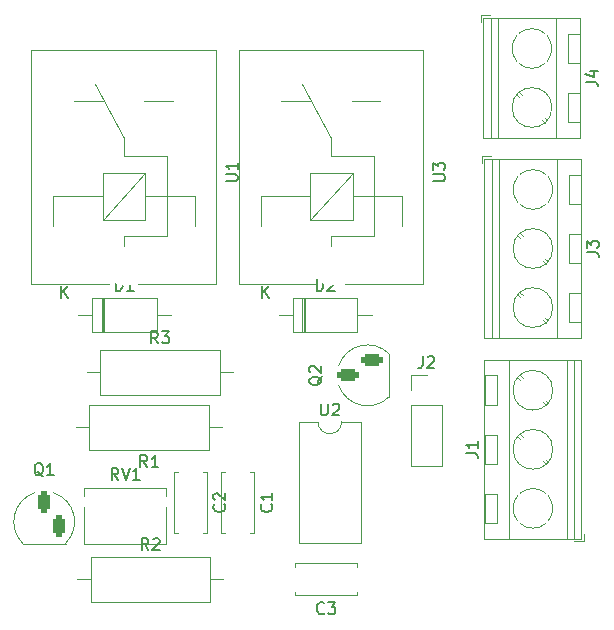
<source format=gbr>
%TF.GenerationSoftware,KiCad,Pcbnew,6.0.5-a6ca702e91~116~ubuntu20.04.1*%
%TF.CreationDate,2022-06-11T15:45:11-05:00*%
%TF.ProjectId,controlDeBombas,636f6e74-726f-46c4-9465-426f6d626173,rev?*%
%TF.SameCoordinates,PX623a7c0PY3fe56c0*%
%TF.FileFunction,Legend,Top*%
%TF.FilePolarity,Positive*%
%FSLAX46Y46*%
G04 Gerber Fmt 4.6, Leading zero omitted, Abs format (unit mm)*
G04 Created by KiCad (PCBNEW 6.0.5-a6ca702e91~116~ubuntu20.04.1) date 2022-06-11 15:45:11*
%MOMM*%
%LPD*%
G01*
G04 APERTURE LIST*
G04 Aperture macros list*
%AMRoundRect*
0 Rectangle with rounded corners*
0 $1 Rounding radius*
0 $2 $3 $4 $5 $6 $7 $8 $9 X,Y pos of 4 corners*
0 Add a 4 corners polygon primitive as box body*
4,1,4,$2,$3,$4,$5,$6,$7,$8,$9,$2,$3,0*
0 Add four circle primitives for the rounded corners*
1,1,$1+$1,$2,$3*
1,1,$1+$1,$4,$5*
1,1,$1+$1,$6,$7*
1,1,$1+$1,$8,$9*
0 Add four rect primitives between the rounded corners*
20,1,$1+$1,$2,$3,$4,$5,0*
20,1,$1+$1,$4,$5,$6,$7,0*
20,1,$1+$1,$6,$7,$8,$9,0*
20,1,$1+$1,$8,$9,$2,$3,0*%
G04 Aperture macros list end*
%ADD10C,0.150000*%
%ADD11C,0.120000*%
%ADD12C,0.800000*%
%ADD13C,6.400000*%
%ADD14C,1.600000*%
%ADD15R,1.800000X1.800000*%
%ADD16O,1.800000X1.800000*%
%ADD17C,2.100000*%
%ADD18R,2.100000X2.100000*%
%ADD19R,1.700000X1.700000*%
%ADD20O,1.700000X1.700000*%
%ADD21R,1.100000X1.800000*%
%ADD22RoundRect,0.275000X-0.275000X-0.625000X0.275000X-0.625000X0.275000X0.625000X-0.275000X0.625000X0*%
%ADD23RoundRect,0.275000X0.625000X-0.275000X0.625000X0.275000X-0.625000X0.275000X-0.625000X-0.275000X0*%
%ADD24R,1.800000X1.100000*%
%ADD25C,2.400000*%
%ADD26O,2.400000X2.400000*%
%ADD27C,1.440000*%
%ADD28C,3.000000*%
%ADD29C,2.500000*%
%ADD30R,1.600000X1.600000*%
%ADD31O,1.600000X1.600000*%
G04 APERTURE END LIST*
D10*
%TO.C,C1*%
X29357142Y-52166666D02*
X29404761Y-52214285D01*
X29452380Y-52357142D01*
X29452380Y-52452380D01*
X29404761Y-52595238D01*
X29309523Y-52690476D01*
X29214285Y-52738095D01*
X29023809Y-52785714D01*
X28880952Y-52785714D01*
X28690476Y-52738095D01*
X28595238Y-52690476D01*
X28500000Y-52595238D01*
X28452380Y-52452380D01*
X28452380Y-52357142D01*
X28500000Y-52214285D01*
X28547619Y-52166666D01*
X29452380Y-51214285D02*
X29452380Y-51785714D01*
X29452380Y-51500000D02*
X28452380Y-51500000D01*
X28595238Y-51595238D01*
X28690476Y-51690476D01*
X28738095Y-51785714D01*
%TO.C,C2*%
X25357142Y-52166666D02*
X25404761Y-52214285D01*
X25452380Y-52357142D01*
X25452380Y-52452380D01*
X25404761Y-52595238D01*
X25309523Y-52690476D01*
X25214285Y-52738095D01*
X25023809Y-52785714D01*
X24880952Y-52785714D01*
X24690476Y-52738095D01*
X24595238Y-52690476D01*
X24500000Y-52595238D01*
X24452380Y-52452380D01*
X24452380Y-52357142D01*
X24500000Y-52214285D01*
X24547619Y-52166666D01*
X24547619Y-51785714D02*
X24500000Y-51738095D01*
X24452380Y-51642857D01*
X24452380Y-51404761D01*
X24500000Y-51309523D01*
X24547619Y-51261904D01*
X24642857Y-51214285D01*
X24738095Y-51214285D01*
X24880952Y-51261904D01*
X25452380Y-51833333D01*
X25452380Y-51214285D01*
%TO.C,C3*%
X33833333Y-61357142D02*
X33785714Y-61404761D01*
X33642857Y-61452380D01*
X33547619Y-61452380D01*
X33404761Y-61404761D01*
X33309523Y-61309523D01*
X33261904Y-61214285D01*
X33214285Y-61023809D01*
X33214285Y-60880952D01*
X33261904Y-60690476D01*
X33309523Y-60595238D01*
X33404761Y-60500000D01*
X33547619Y-60452380D01*
X33642857Y-60452380D01*
X33785714Y-60500000D01*
X33833333Y-60547619D01*
X34166666Y-60452380D02*
X34785714Y-60452380D01*
X34452380Y-60833333D01*
X34595238Y-60833333D01*
X34690476Y-60880952D01*
X34738095Y-60928571D01*
X34785714Y-61023809D01*
X34785714Y-61261904D01*
X34738095Y-61357142D01*
X34690476Y-61404761D01*
X34595238Y-61452380D01*
X34309523Y-61452380D01*
X34214285Y-61404761D01*
X34166666Y-61357142D01*
%TO.C,D1*%
X16181904Y-34112380D02*
X16181904Y-33112380D01*
X16420000Y-33112380D01*
X16562857Y-33160000D01*
X16658095Y-33255238D01*
X16705714Y-33350476D01*
X16753333Y-33540952D01*
X16753333Y-33683809D01*
X16705714Y-33874285D01*
X16658095Y-33969523D01*
X16562857Y-34064761D01*
X16420000Y-34112380D01*
X16181904Y-34112380D01*
X17705714Y-34112380D02*
X17134285Y-34112380D01*
X17420000Y-34112380D02*
X17420000Y-33112380D01*
X17324761Y-33255238D01*
X17229523Y-33350476D01*
X17134285Y-33398095D01*
X11578095Y-34682380D02*
X11578095Y-33682380D01*
X12149523Y-34682380D02*
X11720952Y-34110952D01*
X12149523Y-33682380D02*
X11578095Y-34253809D01*
%TO.C,D2*%
X33181904Y-34112380D02*
X33181904Y-33112380D01*
X33420000Y-33112380D01*
X33562857Y-33160000D01*
X33658095Y-33255238D01*
X33705714Y-33350476D01*
X33753333Y-33540952D01*
X33753333Y-33683809D01*
X33705714Y-33874285D01*
X33658095Y-33969523D01*
X33562857Y-34064761D01*
X33420000Y-34112380D01*
X33181904Y-34112380D01*
X34134285Y-33207619D02*
X34181904Y-33160000D01*
X34277142Y-33112380D01*
X34515238Y-33112380D01*
X34610476Y-33160000D01*
X34658095Y-33207619D01*
X34705714Y-33302857D01*
X34705714Y-33398095D01*
X34658095Y-33540952D01*
X34086666Y-34112380D01*
X34705714Y-34112380D01*
X28578095Y-34682380D02*
X28578095Y-33682380D01*
X29149523Y-34682380D02*
X28720952Y-34110952D01*
X29149523Y-33682380D02*
X28578095Y-34253809D01*
%TO.C,J1*%
X45842380Y-47833333D02*
X46556666Y-47833333D01*
X46699523Y-47880952D01*
X46794761Y-47976190D01*
X46842380Y-48119047D01*
X46842380Y-48214285D01*
X46842380Y-46833333D02*
X46842380Y-47404761D01*
X46842380Y-47119047D02*
X45842380Y-47119047D01*
X45985238Y-47214285D01*
X46080476Y-47309523D01*
X46128095Y-47404761D01*
%TO.C,J2*%
X42166666Y-39622380D02*
X42166666Y-40336666D01*
X42119047Y-40479523D01*
X42023809Y-40574761D01*
X41880952Y-40622380D01*
X41785714Y-40622380D01*
X42595238Y-39717619D02*
X42642857Y-39670000D01*
X42738095Y-39622380D01*
X42976190Y-39622380D01*
X43071428Y-39670000D01*
X43119047Y-39717619D01*
X43166666Y-39812857D01*
X43166666Y-39908095D01*
X43119047Y-40050952D01*
X42547619Y-40622380D01*
X43166666Y-40622380D01*
%TO.C,J3*%
X56062380Y-30833333D02*
X56776666Y-30833333D01*
X56919523Y-30880952D01*
X57014761Y-30976190D01*
X57062380Y-31119047D01*
X57062380Y-31214285D01*
X56062380Y-30452380D02*
X56062380Y-29833333D01*
X56443333Y-30166666D01*
X56443333Y-30023809D01*
X56490952Y-29928571D01*
X56538571Y-29880952D01*
X56633809Y-29833333D01*
X56871904Y-29833333D01*
X56967142Y-29880952D01*
X57014761Y-29928571D01*
X57062380Y-30023809D01*
X57062380Y-30309523D01*
X57014761Y-30404761D01*
X56967142Y-30452380D01*
%TO.C,J4*%
X55982380Y-16393333D02*
X56696666Y-16393333D01*
X56839523Y-16440952D01*
X56934761Y-16536190D01*
X56982380Y-16679047D01*
X56982380Y-16774285D01*
X56315714Y-15488571D02*
X56982380Y-15488571D01*
X55934761Y-15726666D02*
X56649047Y-15964761D01*
X56649047Y-15345714D01*
%TO.C,Q1*%
X10034761Y-49777619D02*
X9939523Y-49730000D01*
X9844285Y-49634761D01*
X9701428Y-49491904D01*
X9606190Y-49444285D01*
X9510952Y-49444285D01*
X9558571Y-49682380D02*
X9463333Y-49634761D01*
X9368095Y-49539523D01*
X9320476Y-49349047D01*
X9320476Y-49015714D01*
X9368095Y-48825238D01*
X9463333Y-48730000D01*
X9558571Y-48682380D01*
X9749047Y-48682380D01*
X9844285Y-48730000D01*
X9939523Y-48825238D01*
X9987142Y-49015714D01*
X9987142Y-49349047D01*
X9939523Y-49539523D01*
X9844285Y-49634761D01*
X9749047Y-49682380D01*
X9558571Y-49682380D01*
X10939523Y-49682380D02*
X10368095Y-49682380D01*
X10653809Y-49682380D02*
X10653809Y-48682380D01*
X10558571Y-48825238D01*
X10463333Y-48920476D01*
X10368095Y-48968095D01*
%TO.C,Q2*%
X33647619Y-41325238D02*
X33600000Y-41420476D01*
X33504761Y-41515714D01*
X33361904Y-41658571D01*
X33314285Y-41753809D01*
X33314285Y-41849047D01*
X33552380Y-41801428D02*
X33504761Y-41896666D01*
X33409523Y-41991904D01*
X33219047Y-42039523D01*
X32885714Y-42039523D01*
X32695238Y-41991904D01*
X32600000Y-41896666D01*
X32552380Y-41801428D01*
X32552380Y-41610952D01*
X32600000Y-41515714D01*
X32695238Y-41420476D01*
X32885714Y-41372857D01*
X33219047Y-41372857D01*
X33409523Y-41420476D01*
X33504761Y-41515714D01*
X33552380Y-41610952D01*
X33552380Y-41801428D01*
X32647619Y-40991904D02*
X32600000Y-40944285D01*
X32552380Y-40849047D01*
X32552380Y-40610952D01*
X32600000Y-40515714D01*
X32647619Y-40468095D01*
X32742857Y-40420476D01*
X32838095Y-40420476D01*
X32980952Y-40468095D01*
X33552380Y-41039523D01*
X33552380Y-40420476D01*
%TO.C,R1*%
X18833333Y-49002380D02*
X18500000Y-48526190D01*
X18261904Y-49002380D02*
X18261904Y-48002380D01*
X18642857Y-48002380D01*
X18738095Y-48050000D01*
X18785714Y-48097619D01*
X18833333Y-48192857D01*
X18833333Y-48335714D01*
X18785714Y-48430952D01*
X18738095Y-48478571D01*
X18642857Y-48526190D01*
X18261904Y-48526190D01*
X19785714Y-49002380D02*
X19214285Y-49002380D01*
X19500000Y-49002380D02*
X19500000Y-48002380D01*
X19404761Y-48145238D01*
X19309523Y-48240476D01*
X19214285Y-48288095D01*
%TO.C,R2*%
X18953333Y-56032380D02*
X18620000Y-55556190D01*
X18381904Y-56032380D02*
X18381904Y-55032380D01*
X18762857Y-55032380D01*
X18858095Y-55080000D01*
X18905714Y-55127619D01*
X18953333Y-55222857D01*
X18953333Y-55365714D01*
X18905714Y-55460952D01*
X18858095Y-55508571D01*
X18762857Y-55556190D01*
X18381904Y-55556190D01*
X19334285Y-55127619D02*
X19381904Y-55080000D01*
X19477142Y-55032380D01*
X19715238Y-55032380D01*
X19810476Y-55080000D01*
X19858095Y-55127619D01*
X19905714Y-55222857D01*
X19905714Y-55318095D01*
X19858095Y-55460952D01*
X19286666Y-56032380D01*
X19905714Y-56032380D01*
%TO.C,R3*%
X19763333Y-38522380D02*
X19430000Y-38046190D01*
X19191904Y-38522380D02*
X19191904Y-37522380D01*
X19572857Y-37522380D01*
X19668095Y-37570000D01*
X19715714Y-37617619D01*
X19763333Y-37712857D01*
X19763333Y-37855714D01*
X19715714Y-37950952D01*
X19668095Y-37998571D01*
X19572857Y-38046190D01*
X19191904Y-38046190D01*
X20096666Y-37522380D02*
X20715714Y-37522380D01*
X20382380Y-37903333D01*
X20525238Y-37903333D01*
X20620476Y-37950952D01*
X20668095Y-37998571D01*
X20715714Y-38093809D01*
X20715714Y-38331904D01*
X20668095Y-38427142D01*
X20620476Y-38474761D01*
X20525238Y-38522380D01*
X20239523Y-38522380D01*
X20144285Y-38474761D01*
X20096666Y-38427142D01*
%TO.C,RV1*%
X16394761Y-50092380D02*
X16061428Y-49616190D01*
X15823333Y-50092380D02*
X15823333Y-49092380D01*
X16204285Y-49092380D01*
X16299523Y-49140000D01*
X16347142Y-49187619D01*
X16394761Y-49282857D01*
X16394761Y-49425714D01*
X16347142Y-49520952D01*
X16299523Y-49568571D01*
X16204285Y-49616190D01*
X15823333Y-49616190D01*
X16680476Y-49092380D02*
X17013809Y-50092380D01*
X17347142Y-49092380D01*
X18204285Y-50092380D02*
X17632857Y-50092380D01*
X17918571Y-50092380D02*
X17918571Y-49092380D01*
X17823333Y-49235238D01*
X17728095Y-49330476D01*
X17632857Y-49378095D01*
%TO.C,U1*%
X25492380Y-24791904D02*
X26301904Y-24791904D01*
X26397142Y-24744285D01*
X26444761Y-24696666D01*
X26492380Y-24601428D01*
X26492380Y-24410952D01*
X26444761Y-24315714D01*
X26397142Y-24268095D01*
X26301904Y-24220476D01*
X25492380Y-24220476D01*
X26492380Y-23220476D02*
X26492380Y-23791904D01*
X26492380Y-23506190D02*
X25492380Y-23506190D01*
X25635238Y-23601428D01*
X25730476Y-23696666D01*
X25778095Y-23791904D01*
%TO.C,U2*%
X33548095Y-43622380D02*
X33548095Y-44431904D01*
X33595714Y-44527142D01*
X33643333Y-44574761D01*
X33738571Y-44622380D01*
X33929047Y-44622380D01*
X34024285Y-44574761D01*
X34071904Y-44527142D01*
X34119523Y-44431904D01*
X34119523Y-43622380D01*
X34548095Y-43717619D02*
X34595714Y-43670000D01*
X34690952Y-43622380D01*
X34929047Y-43622380D01*
X35024285Y-43670000D01*
X35071904Y-43717619D01*
X35119523Y-43812857D01*
X35119523Y-43908095D01*
X35071904Y-44050952D01*
X34500476Y-44622380D01*
X35119523Y-44622380D01*
%TO.C,U3*%
X43047379Y-24791904D02*
X43856903Y-24791904D01*
X43952141Y-24744285D01*
X43999760Y-24696666D01*
X44047379Y-24601428D01*
X44047379Y-24410952D01*
X43999760Y-24315714D01*
X43952141Y-24268095D01*
X43856903Y-24220476D01*
X43047379Y-24220476D01*
X43047379Y-23839523D02*
X43047379Y-23220476D01*
X43428332Y-23553809D01*
X43428332Y-23410952D01*
X43475951Y-23315714D01*
X43523570Y-23268095D01*
X43618808Y-23220476D01*
X43856903Y-23220476D01*
X43952141Y-23268095D01*
X43999760Y-23315714D01*
X44047379Y-23410952D01*
X44047379Y-23696666D01*
X43999760Y-23791904D01*
X43952141Y-23839523D01*
D11*
%TO.C,C1*%
X27870000Y-49380000D02*
X27870000Y-54620000D01*
X25130000Y-49380000D02*
X25130000Y-54620000D01*
X27870000Y-49380000D02*
X27555000Y-49380000D01*
X25445000Y-49380000D02*
X25130000Y-49380000D01*
X27870000Y-54620000D02*
X27555000Y-54620000D01*
X25445000Y-54620000D02*
X25130000Y-54620000D01*
%TO.C,C2*%
X21445000Y-54620000D02*
X21130000Y-54620000D01*
X23870000Y-54620000D02*
X23555000Y-54620000D01*
X21445000Y-49380000D02*
X21130000Y-49380000D01*
X23870000Y-49380000D02*
X23555000Y-49380000D01*
X21130000Y-49380000D02*
X21130000Y-54620000D01*
X23870000Y-49380000D02*
X23870000Y-54620000D01*
%TO.C,C3*%
X36620000Y-59870000D02*
X31380000Y-59870000D01*
X36620000Y-57130000D02*
X31380000Y-57130000D01*
X36620000Y-59870000D02*
X36620000Y-59555000D01*
X36620000Y-57445000D02*
X36620000Y-57130000D01*
X31380000Y-59870000D02*
X31380000Y-59555000D01*
X31380000Y-57445000D02*
X31380000Y-57130000D01*
%TO.C,D1*%
X14200000Y-34660000D02*
X14200000Y-37600000D01*
X14200000Y-37600000D02*
X19640000Y-37600000D01*
X19640000Y-37600000D02*
X19640000Y-34660000D01*
X19640000Y-34660000D02*
X14200000Y-34660000D01*
X12980000Y-36130000D02*
X14200000Y-36130000D01*
X20860000Y-36130000D02*
X19640000Y-36130000D01*
X15100000Y-34660000D02*
X15100000Y-37600000D01*
X15220000Y-34660000D02*
X15220000Y-37600000D01*
X14980000Y-34660000D02*
X14980000Y-37600000D01*
%TO.C,D2*%
X31980000Y-34660000D02*
X31980000Y-37600000D01*
X32220000Y-34660000D02*
X32220000Y-37600000D01*
X32100000Y-34660000D02*
X32100000Y-37600000D01*
X37860000Y-36130000D02*
X36640000Y-36130000D01*
X29980000Y-36130000D02*
X31200000Y-36130000D01*
X36640000Y-34660000D02*
X31200000Y-34660000D01*
X36640000Y-37600000D02*
X36640000Y-34660000D01*
X31200000Y-37600000D02*
X36640000Y-37600000D01*
X31200000Y-34660000D02*
X31200000Y-37600000D01*
%TO.C,J1*%
X55850000Y-55300000D02*
X55850000Y-54700000D01*
X55010000Y-55300000D02*
X55850000Y-55300000D01*
X47450000Y-41250000D02*
X48450000Y-41250000D01*
X47450000Y-43750000D02*
X48450000Y-43750000D01*
X48450000Y-43750000D02*
X48450000Y-41250000D01*
X47450000Y-43750000D02*
X47450000Y-41250000D01*
X52323000Y-43528000D02*
X52569000Y-43774000D01*
X50225000Y-41430000D02*
X50436000Y-41641000D01*
X52575000Y-43370000D02*
X52774000Y-43569000D01*
X50431000Y-41225000D02*
X50677000Y-41471000D01*
X47450000Y-46250000D02*
X48450000Y-46250000D01*
X47450000Y-48750000D02*
X48450000Y-48750000D01*
X48450000Y-48750000D02*
X48450000Y-46250000D01*
X47450000Y-48750000D02*
X47450000Y-46250000D01*
X52323000Y-48528000D02*
X52569000Y-48774000D01*
X50225000Y-46430000D02*
X50436000Y-46641000D01*
X52575000Y-48370000D02*
X52774000Y-48569000D01*
X50431000Y-46225000D02*
X50677000Y-46471000D01*
X47450000Y-51250000D02*
X48450000Y-51250000D01*
X47450000Y-53750000D02*
X48450000Y-53750000D01*
X48450000Y-53750000D02*
X48450000Y-51250000D01*
X47450000Y-53750000D02*
X47450000Y-51250000D01*
X47390000Y-39940000D02*
X55610000Y-39940000D01*
X47390000Y-55060000D02*
X55610000Y-55060000D01*
X55610000Y-55060000D02*
X55610000Y-39940000D01*
X47390000Y-55060000D02*
X47390000Y-39940000D01*
X49450000Y-55060000D02*
X49450000Y-39940000D01*
X54350000Y-55060000D02*
X54350000Y-39940000D01*
X54950000Y-55060000D02*
X54950000Y-39940000D01*
X53180000Y-42500000D02*
G75*
G03*
X53180000Y-42500000I-1680000J0D01*
G01*
X53180000Y-47500000D02*
G75*
G03*
X53180000Y-47500000I-1680000J0D01*
G01*
X52787000Y-53581000D02*
G75*
G03*
X53180511Y-52471493I-1287000J1081000D01*
G01*
X50419000Y-53787000D02*
G75*
G03*
X52579734Y-53788062I1081000J1287000D01*
G01*
X50213000Y-51420000D02*
G75*
G03*
X50212922Y-53579908I1287000J-1080000D01*
G01*
X52580000Y-51213000D02*
G75*
G03*
X50420092Y-51212922I-1080000J-1287000D01*
G01*
X53180000Y-52500000D02*
G75*
G03*
X52786955Y-51420117I-1680000J0D01*
G01*
%TO.C,J2*%
X41170000Y-48910000D02*
X43830000Y-48910000D01*
X41170000Y-43770000D02*
X41170000Y-48910000D01*
X43830000Y-43770000D02*
X43830000Y-48910000D01*
X41170000Y-43770000D02*
X43830000Y-43770000D01*
X41170000Y-42500000D02*
X41170000Y-41170000D01*
X41170000Y-41170000D02*
X42500000Y-41170000D01*
%TO.C,J3*%
X49820000Y-25500000D02*
G75*
G03*
X50213045Y-26579883I1680000J0D01*
G01*
X50420000Y-26787000D02*
G75*
G03*
X52579908Y-26787078I1080000J1287000D01*
G01*
X52787000Y-26580000D02*
G75*
G03*
X52787078Y-24420092I-1287000J1080000D01*
G01*
X52581000Y-24213000D02*
G75*
G03*
X50420266Y-24211938I-1081000J-1287000D01*
G01*
X50213000Y-24419000D02*
G75*
G03*
X49819489Y-25528507I1287000J-1081000D01*
G01*
X53180000Y-30500000D02*
G75*
G03*
X53180000Y-30500000I-1680000J0D01*
G01*
X53180000Y-35500000D02*
G75*
G03*
X53180000Y-35500000I-1680000J0D01*
G01*
X48050000Y-22940000D02*
X48050000Y-38060000D01*
X48650000Y-22940000D02*
X48650000Y-38060000D01*
X53550000Y-22940000D02*
X53550000Y-38060000D01*
X55610000Y-22940000D02*
X55610000Y-38060000D01*
X47390000Y-22940000D02*
X47390000Y-38060000D01*
X55610000Y-22940000D02*
X47390000Y-22940000D01*
X55610000Y-38060000D02*
X47390000Y-38060000D01*
X55550000Y-24250000D02*
X55550000Y-26750000D01*
X54550000Y-24250000D02*
X54550000Y-26750000D01*
X55550000Y-24250000D02*
X54550000Y-24250000D01*
X55550000Y-26750000D02*
X54550000Y-26750000D01*
X52569000Y-31775000D02*
X52323000Y-31529000D01*
X50425000Y-29630000D02*
X50226000Y-29431000D01*
X52775000Y-31570000D02*
X52564000Y-31359000D01*
X50677000Y-29472000D02*
X50431000Y-29226000D01*
X55550000Y-29250000D02*
X55550000Y-31750000D01*
X54550000Y-29250000D02*
X54550000Y-31750000D01*
X55550000Y-29250000D02*
X54550000Y-29250000D01*
X55550000Y-31750000D02*
X54550000Y-31750000D01*
X52569000Y-36775000D02*
X52323000Y-36529000D01*
X50425000Y-34630000D02*
X50226000Y-34431000D01*
X52775000Y-36570000D02*
X52564000Y-36359000D01*
X50677000Y-34472000D02*
X50431000Y-34226000D01*
X55550000Y-34250000D02*
X55550000Y-36750000D01*
X54550000Y-34250000D02*
X54550000Y-36750000D01*
X55550000Y-34250000D02*
X54550000Y-34250000D01*
X55550000Y-36750000D02*
X54550000Y-36750000D01*
X47990000Y-22700000D02*
X47150000Y-22700000D01*
X47150000Y-22700000D02*
X47150000Y-23300000D01*
%TO.C,J4*%
X49740000Y-13560000D02*
G75*
G03*
X50133045Y-14639883I1680000J0D01*
G01*
X50340000Y-14847000D02*
G75*
G03*
X52499908Y-14847078I1080000J1287000D01*
G01*
X52707000Y-14640000D02*
G75*
G03*
X52707078Y-12480092I-1287000J1080000D01*
G01*
X52501000Y-12273000D02*
G75*
G03*
X50340266Y-12271938I-1081000J-1287000D01*
G01*
X50133000Y-12479000D02*
G75*
G03*
X49739489Y-13588507I1287000J-1081000D01*
G01*
X53100000Y-18560000D02*
G75*
G03*
X53100000Y-18560000I-1680000J0D01*
G01*
X47970000Y-11000000D02*
X47970000Y-21120000D01*
X48570000Y-11000000D02*
X48570000Y-21120000D01*
X53470000Y-11000000D02*
X53470000Y-21120000D01*
X55530000Y-11000000D02*
X55530000Y-21120000D01*
X47310000Y-11000000D02*
X47310000Y-21120000D01*
X55530000Y-11000000D02*
X47310000Y-11000000D01*
X55530000Y-21120000D02*
X47310000Y-21120000D01*
X55470000Y-12310000D02*
X55470000Y-14810000D01*
X54470000Y-12310000D02*
X54470000Y-14810000D01*
X55470000Y-12310000D02*
X54470000Y-12310000D01*
X55470000Y-14810000D02*
X54470000Y-14810000D01*
X52489000Y-19835000D02*
X52243000Y-19589000D01*
X50345000Y-17690000D02*
X50146000Y-17491000D01*
X52695000Y-19630000D02*
X52484000Y-19419000D01*
X50597000Y-17532000D02*
X50351000Y-17286000D01*
X55470000Y-17310000D02*
X55470000Y-19810000D01*
X54470000Y-17310000D02*
X54470000Y-19810000D01*
X55470000Y-17310000D02*
X54470000Y-17310000D01*
X55470000Y-19810000D02*
X54470000Y-19810000D01*
X47910000Y-10760000D02*
X47070000Y-10760000D01*
X47070000Y-10760000D02*
X47070000Y-11360000D01*
%TO.C,Q1*%
X11938445Y-55457684D02*
G75*
G03*
X10910000Y-51180000I-1808445J1827684D01*
G01*
X9310000Y-51180000D02*
G75*
G03*
X8318125Y-55471741I820000J-2450000D01*
G01*
X8330000Y-55480000D02*
X11930000Y-55480000D01*
%TO.C,Q2*%
X39350000Y-43030000D02*
X39350000Y-39430000D01*
X35050000Y-42050000D02*
G75*
G03*
X39341741Y-43041875I2450000J820000D01*
G01*
X39327684Y-39421555D02*
G75*
G03*
X35050000Y-40450000I-1827684J-1808445D01*
G01*
%TO.C,R1*%
X24070000Y-47550000D02*
X24070000Y-43710000D01*
X24070000Y-43710000D02*
X13930000Y-43710000D01*
X13930000Y-43710000D02*
X13930000Y-47550000D01*
X13930000Y-47550000D02*
X24070000Y-47550000D01*
X25180000Y-45630000D02*
X24070000Y-45630000D01*
X12820000Y-45630000D02*
X13930000Y-45630000D01*
%TO.C,R2*%
X14050000Y-56580000D02*
X14050000Y-60420000D01*
X14050000Y-60420000D02*
X24190000Y-60420000D01*
X24190000Y-60420000D02*
X24190000Y-56580000D01*
X24190000Y-56580000D02*
X14050000Y-56580000D01*
X12940000Y-58500000D02*
X14050000Y-58500000D01*
X25300000Y-58500000D02*
X24190000Y-58500000D01*
%TO.C,R3*%
X26110000Y-40990000D02*
X25000000Y-40990000D01*
X13750000Y-40990000D02*
X14860000Y-40990000D01*
X25000000Y-39070000D02*
X14860000Y-39070000D01*
X25000000Y-42910000D02*
X25000000Y-39070000D01*
X14860000Y-42910000D02*
X25000000Y-42910000D01*
X14860000Y-39070000D02*
X14860000Y-42910000D01*
%TO.C,RV1*%
X13515000Y-50770000D02*
X20465000Y-50770000D01*
X13515000Y-55510000D02*
X20465000Y-55510000D01*
X13515000Y-50770000D02*
X13515000Y-51415000D01*
X13515000Y-52405000D02*
X13515000Y-55510000D01*
X20465000Y-50770000D02*
X20465000Y-51415000D01*
X20465000Y-52405000D02*
X20465000Y-55510000D01*
%TO.C,U1*%
X18690000Y-24080000D02*
X18690000Y-28080000D01*
X15090000Y-24080000D02*
X18690000Y-24080000D01*
X15090000Y-28080000D02*
X15090000Y-24080000D01*
X18690000Y-28080000D02*
X15090000Y-28080000D01*
X18690000Y-24080000D02*
X15090000Y-28080000D01*
X18690000Y-26080000D02*
X22890000Y-26080000D01*
X10890000Y-26080000D02*
X15090000Y-26080000D01*
X16890000Y-29480000D02*
X20490000Y-29480000D01*
X16890000Y-22680000D02*
X20490000Y-22680000D01*
X20490000Y-22680000D02*
X20490000Y-29480000D01*
X16890000Y-21180000D02*
X14390000Y-16580000D01*
X16890000Y-22680000D02*
X16890000Y-21180000D01*
X10890000Y-26080000D02*
X10890000Y-28580000D01*
X16890000Y-29480000D02*
X16890000Y-30280000D01*
X22890000Y-28580000D02*
X22890000Y-26080000D01*
X12640000Y-17980000D02*
X15140000Y-17980000D01*
X21040000Y-17980000D02*
X18590000Y-17980000D01*
X24640000Y-13730000D02*
X24640000Y-33530000D01*
X9040000Y-13730000D02*
X24640000Y-13730000D01*
X9040000Y-33530000D02*
X9040000Y-13730000D01*
X9040000Y-33530000D02*
X15640000Y-33530000D01*
X18040000Y-33530000D02*
X24640000Y-33530000D01*
%TO.C,U2*%
X33310000Y-45170000D02*
G75*
G03*
X35310000Y-45170000I1000000J0D01*
G01*
X33310000Y-45170000D02*
X31660000Y-45170000D01*
X31660000Y-45170000D02*
X31660000Y-55450000D01*
X31660000Y-55450000D02*
X36960000Y-55450000D01*
X36960000Y-55450000D02*
X36960000Y-45170000D01*
X36960000Y-45170000D02*
X35310000Y-45170000D01*
%TO.C,U3*%
X35594999Y-33530000D02*
X42194999Y-33530000D01*
X26594999Y-33530000D02*
X33194999Y-33530000D01*
X26594999Y-33530000D02*
X26594999Y-13730000D01*
X26594999Y-13730000D02*
X42194999Y-13730000D01*
X42194999Y-13730000D02*
X42194999Y-33530000D01*
X38594999Y-17980000D02*
X36144999Y-17980000D01*
X30194999Y-17980000D02*
X32694999Y-17980000D01*
X40444999Y-28580000D02*
X40444999Y-26080000D01*
X34444999Y-29480000D02*
X34444999Y-30280000D01*
X28444999Y-26080000D02*
X28444999Y-28580000D01*
X34444999Y-22680000D02*
X34444999Y-21180000D01*
X34444999Y-21180000D02*
X31944999Y-16580000D01*
X38044999Y-22680000D02*
X38044999Y-29480000D01*
X34444999Y-22680000D02*
X38044999Y-22680000D01*
X34444999Y-29480000D02*
X38044999Y-29480000D01*
X28444999Y-26080000D02*
X32644999Y-26080000D01*
X36244999Y-26080000D02*
X40444999Y-26080000D01*
X36244999Y-24080000D02*
X32644999Y-28080000D01*
X36244999Y-28080000D02*
X32644999Y-28080000D01*
X32644999Y-28080000D02*
X32644999Y-24080000D01*
X32644999Y-24080000D02*
X36244999Y-24080000D01*
X36244999Y-24080000D02*
X36244999Y-28080000D01*
%TD*%
%LPC*%
D12*
%TO.C,REF\u002A\u002A*%
X44697056Y-7802944D03*
X43000000Y-7100000D03*
X41302944Y-7802944D03*
X40600000Y-9500000D03*
X41302944Y-11197056D03*
X43000000Y-11900000D03*
X44697056Y-11197056D03*
X45400000Y-9500000D03*
D13*
X43000000Y-9500000D03*
%TD*%
D12*
%TO.C,REF\u002A\u002A*%
X11197056Y-7802944D03*
X9500000Y-7100000D03*
X7802944Y-7802944D03*
X7100000Y-9500000D03*
X7802944Y-11197056D03*
X9500000Y-11900000D03*
X11197056Y-11197056D03*
X11900000Y-9500000D03*
D13*
X9500000Y-9500000D03*
%TD*%
D12*
%TO.C,REF\u002A\u002A*%
X44697056Y-55802944D03*
X43000000Y-55100000D03*
X41302944Y-55802944D03*
X40600000Y-57500000D03*
X41302944Y-59197056D03*
X43000000Y-59900000D03*
X44697056Y-59197056D03*
X45400000Y-57500000D03*
D13*
X43000000Y-57500000D03*
%TD*%
D14*
%TO.C,C1*%
X26500000Y-49500000D03*
X26500000Y-54500000D03*
%TD*%
%TO.C,C2*%
X22500000Y-54500000D03*
X22500000Y-49500000D03*
%TD*%
%TO.C,C3*%
X36500000Y-58500000D03*
X31500000Y-58500000D03*
%TD*%
D15*
%TO.C,D1*%
X11840000Y-36130000D03*
D16*
X22000000Y-36130000D03*
%TD*%
%TO.C,D2*%
X39000000Y-36130000D03*
D15*
X28840000Y-36130000D03*
%TD*%
D17*
%TO.C,J1*%
X51500000Y-42500000D03*
X51500000Y-47500000D03*
D18*
X51500000Y-52500000D03*
%TD*%
D19*
%TO.C,J2*%
X42500000Y-42500000D03*
D20*
X42500000Y-45040000D03*
X42500000Y-47580000D03*
%TD*%
D18*
%TO.C,J3*%
X51500000Y-25500000D03*
D17*
X51500000Y-30500000D03*
X51500000Y-35500000D03*
%TD*%
D18*
%TO.C,J4*%
X51420000Y-13560000D03*
D17*
X51420000Y-18560000D03*
%TD*%
D21*
%TO.C,Q1*%
X8860000Y-54030000D03*
D22*
X11400000Y-54030000D03*
X10130000Y-51960000D03*
%TD*%
D23*
%TO.C,Q2*%
X35830000Y-41230000D03*
X37900000Y-39960000D03*
D24*
X37900000Y-42500000D03*
%TD*%
D25*
%TO.C,R1*%
X26620000Y-45630000D03*
D26*
X11380000Y-45630000D03*
%TD*%
D25*
%TO.C,R2*%
X11500000Y-58500000D03*
D26*
X26740000Y-58500000D03*
%TD*%
%TO.C,R3*%
X27550000Y-40990000D03*
D25*
X12310000Y-40990000D03*
%TD*%
D27*
%TO.C,RV1*%
X19530000Y-51910000D03*
X16990000Y-54450000D03*
X14450000Y-51910000D03*
%TD*%
D28*
%TO.C,U1*%
X16840000Y-32130000D03*
D29*
X10890000Y-30180000D03*
D28*
X10840000Y-17930000D03*
X22890000Y-17980000D03*
D29*
X22890000Y-30180000D03*
%TD*%
D30*
%TO.C,U2*%
X30500000Y-46500000D03*
D31*
X38120000Y-54120000D03*
X30500000Y-49040000D03*
X38120000Y-51580000D03*
X30500000Y-51580000D03*
X38120000Y-49040000D03*
X30500000Y-54120000D03*
X38120000Y-46500000D03*
%TD*%
D29*
%TO.C,U3*%
X40444999Y-30180000D03*
D28*
X40444999Y-17980000D03*
X28394999Y-17930000D03*
D29*
X28444999Y-30180000D03*
D28*
X34394999Y-32130000D03*
%TD*%
M02*

</source>
